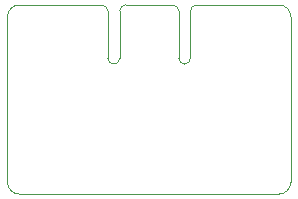
<source format=gm1>
%TF.GenerationSoftware,KiCad,Pcbnew,(5.1.8)-1*%
%TF.CreationDate,2021-01-12T16:04:17+01:00*%
%TF.ProjectId,SHT40-Breakout,53485434-302d-4427-9265-616b6f75742e,rev?*%
%TF.SameCoordinates,Original*%
%TF.FileFunction,Profile,NP*%
%FSLAX46Y46*%
G04 Gerber Fmt 4.6, Leading zero omitted, Abs format (unit mm)*
G04 Created by KiCad (PCBNEW (5.1.8)-1) date 2021-01-12 16:04:17*
%MOMM*%
%LPD*%
G01*
G04 APERTURE LIST*
%TA.AperFunction,Profile*%
%ADD10C,0.050000*%
%TD*%
G04 APERTURE END LIST*
D10*
X143500000Y-68500000D02*
G75*
G02*
X142500000Y-68500000I-500000J0D01*
G01*
X137500000Y-68500000D02*
G75*
G02*
X136500000Y-68500000I-500000J0D01*
G01*
X143500000Y-64500000D02*
G75*
G02*
X144000000Y-64000000I500000J0D01*
G01*
X137500000Y-64500000D02*
G75*
G02*
X138000000Y-64000000I500000J0D01*
G01*
X136000000Y-64000000D02*
X129000000Y-64000000D01*
X138000000Y-64000000D02*
X142000000Y-64000000D01*
X151000000Y-64000000D02*
X144000000Y-64000000D01*
X143500000Y-64500000D02*
X143500000Y-68500000D01*
X136500000Y-64500000D02*
X136500000Y-68500000D01*
X136000000Y-64000000D02*
G75*
G02*
X136500000Y-64500000I0J-500000D01*
G01*
X142000000Y-64000000D02*
G75*
G02*
X142500000Y-64500000I0J-500000D01*
G01*
X142498951Y-64500000D02*
X142498951Y-68500000D01*
X137500000Y-64500000D02*
X137500000Y-68500000D01*
X152000000Y-79000000D02*
G75*
G02*
X151000000Y-80000000I-1000000J0D01*
G01*
X129000000Y-80000000D02*
G75*
G02*
X128000000Y-79000000I0J1000000D01*
G01*
X128000000Y-65000000D02*
G75*
G02*
X129000000Y-64000000I1000000J0D01*
G01*
X151000000Y-64000000D02*
G75*
G02*
X152000000Y-65000000I0J-1000000D01*
G01*
X128000000Y-65000000D02*
X128000000Y-79000000D01*
X152000000Y-79000000D02*
X152000000Y-65000000D01*
X140000000Y-80000000D02*
X151000000Y-80000000D01*
X140000000Y-80000000D02*
X129000000Y-80000000D01*
M02*

</source>
